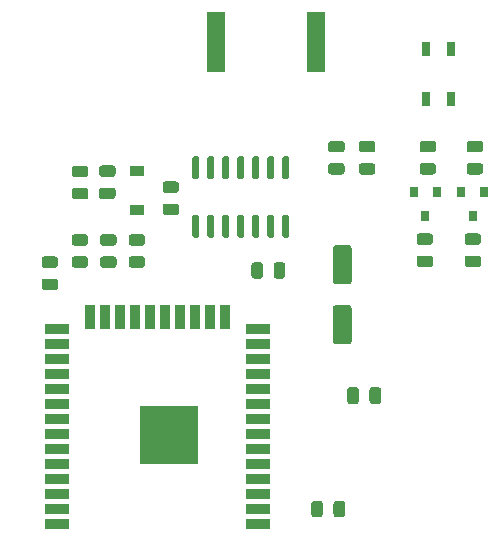
<source format=gtp>
G04 #@! TF.GenerationSoftware,KiCad,Pcbnew,(5.1.9-0-10_14)*
G04 #@! TF.CreationDate,2021-06-21T08:57:09+02:00*
G04 #@! TF.ProjectId,ithowifi_4l,6974686f-7769-4666-995f-346c2e6b6963,rev?*
G04 #@! TF.SameCoordinates,Original*
G04 #@! TF.FileFunction,Paste,Top*
G04 #@! TF.FilePolarity,Positive*
%FSLAX46Y46*%
G04 Gerber Fmt 4.6, Leading zero omitted, Abs format (unit mm)*
G04 Created by KiCad (PCBNEW (5.1.9-0-10_14)) date 2021-06-21 08:57:09*
%MOMM*%
%LPD*%
G01*
G04 APERTURE LIST*
%ADD10R,0.650000X1.200000*%
%ADD11R,2.000000X0.900000*%
%ADD12R,0.900000X2.000000*%
%ADD13R,5.000000X5.000000*%
%ADD14R,1.200000X0.900000*%
%ADD15R,1.500000X5.080000*%
%ADD16R,0.800000X0.900000*%
G04 APERTURE END LIST*
D10*
X118682000Y-112693000D03*
X118682000Y-108393000D03*
X120832000Y-112693000D03*
X120832000Y-108393000D03*
G36*
G01*
X113032000Y-137293000D02*
X113032000Y-138243000D01*
G75*
G02*
X112782000Y-138493000I-250000J0D01*
G01*
X112282000Y-138493000D01*
G75*
G02*
X112032000Y-138243000I0J250000D01*
G01*
X112032000Y-137293000D01*
G75*
G02*
X112282000Y-137043000I250000J0D01*
G01*
X112782000Y-137043000D01*
G75*
G02*
X113032000Y-137293000I0J-250000D01*
G01*
G37*
G36*
G01*
X114932000Y-137293000D02*
X114932000Y-138243000D01*
G75*
G02*
X114682000Y-138493000I-250000J0D01*
G01*
X114182000Y-138493000D01*
G75*
G02*
X113932000Y-138243000I0J250000D01*
G01*
X113932000Y-137293000D01*
G75*
G02*
X114182000Y-137043000I250000J0D01*
G01*
X114682000Y-137043000D01*
G75*
G02*
X114932000Y-137293000I0J-250000D01*
G01*
G37*
G36*
G01*
X112182000Y-128355500D02*
X111082000Y-128355500D01*
G75*
G02*
X110832000Y-128105500I0J250000D01*
G01*
X110832000Y-125280500D01*
G75*
G02*
X111082000Y-125030500I250000J0D01*
G01*
X112182000Y-125030500D01*
G75*
G02*
X112432000Y-125280500I0J-250000D01*
G01*
X112432000Y-128105500D01*
G75*
G02*
X112182000Y-128355500I-250000J0D01*
G01*
G37*
G36*
G01*
X112182000Y-133430500D02*
X111082000Y-133430500D01*
G75*
G02*
X110832000Y-133180500I0J250000D01*
G01*
X110832000Y-130355500D01*
G75*
G02*
X111082000Y-130105500I250000J0D01*
G01*
X112182000Y-130105500D01*
G75*
G02*
X112432000Y-130355500I0J-250000D01*
G01*
X112432000Y-133180500D01*
G75*
G02*
X112182000Y-133430500I-250000J0D01*
G01*
G37*
G36*
G01*
X99372600Y-124416000D02*
X99072600Y-124416000D01*
G75*
G02*
X98922600Y-124266000I0J150000D01*
G01*
X98922600Y-122616000D01*
G75*
G02*
X99072600Y-122466000I150000J0D01*
G01*
X99372600Y-122466000D01*
G75*
G02*
X99522600Y-122616000I0J-150000D01*
G01*
X99522600Y-124266000D01*
G75*
G02*
X99372600Y-124416000I-150000J0D01*
G01*
G37*
G36*
G01*
X100642600Y-124416000D02*
X100342600Y-124416000D01*
G75*
G02*
X100192600Y-124266000I0J150000D01*
G01*
X100192600Y-122616000D01*
G75*
G02*
X100342600Y-122466000I150000J0D01*
G01*
X100642600Y-122466000D01*
G75*
G02*
X100792600Y-122616000I0J-150000D01*
G01*
X100792600Y-124266000D01*
G75*
G02*
X100642600Y-124416000I-150000J0D01*
G01*
G37*
G36*
G01*
X101912600Y-124416000D02*
X101612600Y-124416000D01*
G75*
G02*
X101462600Y-124266000I0J150000D01*
G01*
X101462600Y-122616000D01*
G75*
G02*
X101612600Y-122466000I150000J0D01*
G01*
X101912600Y-122466000D01*
G75*
G02*
X102062600Y-122616000I0J-150000D01*
G01*
X102062600Y-124266000D01*
G75*
G02*
X101912600Y-124416000I-150000J0D01*
G01*
G37*
G36*
G01*
X103182600Y-124416000D02*
X102882600Y-124416000D01*
G75*
G02*
X102732600Y-124266000I0J150000D01*
G01*
X102732600Y-122616000D01*
G75*
G02*
X102882600Y-122466000I150000J0D01*
G01*
X103182600Y-122466000D01*
G75*
G02*
X103332600Y-122616000I0J-150000D01*
G01*
X103332600Y-124266000D01*
G75*
G02*
X103182600Y-124416000I-150000J0D01*
G01*
G37*
G36*
G01*
X104452600Y-124416000D02*
X104152600Y-124416000D01*
G75*
G02*
X104002600Y-124266000I0J150000D01*
G01*
X104002600Y-122616000D01*
G75*
G02*
X104152600Y-122466000I150000J0D01*
G01*
X104452600Y-122466000D01*
G75*
G02*
X104602600Y-122616000I0J-150000D01*
G01*
X104602600Y-124266000D01*
G75*
G02*
X104452600Y-124416000I-150000J0D01*
G01*
G37*
G36*
G01*
X105722600Y-124416000D02*
X105422600Y-124416000D01*
G75*
G02*
X105272600Y-124266000I0J150000D01*
G01*
X105272600Y-122616000D01*
G75*
G02*
X105422600Y-122466000I150000J0D01*
G01*
X105722600Y-122466000D01*
G75*
G02*
X105872600Y-122616000I0J-150000D01*
G01*
X105872600Y-124266000D01*
G75*
G02*
X105722600Y-124416000I-150000J0D01*
G01*
G37*
G36*
G01*
X106992600Y-124416000D02*
X106692600Y-124416000D01*
G75*
G02*
X106542600Y-124266000I0J150000D01*
G01*
X106542600Y-122616000D01*
G75*
G02*
X106692600Y-122466000I150000J0D01*
G01*
X106992600Y-122466000D01*
G75*
G02*
X107142600Y-122616000I0J-150000D01*
G01*
X107142600Y-124266000D01*
G75*
G02*
X106992600Y-124416000I-150000J0D01*
G01*
G37*
G36*
G01*
X106992600Y-119466000D02*
X106692600Y-119466000D01*
G75*
G02*
X106542600Y-119316000I0J150000D01*
G01*
X106542600Y-117666000D01*
G75*
G02*
X106692600Y-117516000I150000J0D01*
G01*
X106992600Y-117516000D01*
G75*
G02*
X107142600Y-117666000I0J-150000D01*
G01*
X107142600Y-119316000D01*
G75*
G02*
X106992600Y-119466000I-150000J0D01*
G01*
G37*
G36*
G01*
X105722600Y-119466000D02*
X105422600Y-119466000D01*
G75*
G02*
X105272600Y-119316000I0J150000D01*
G01*
X105272600Y-117666000D01*
G75*
G02*
X105422600Y-117516000I150000J0D01*
G01*
X105722600Y-117516000D01*
G75*
G02*
X105872600Y-117666000I0J-150000D01*
G01*
X105872600Y-119316000D01*
G75*
G02*
X105722600Y-119466000I-150000J0D01*
G01*
G37*
G36*
G01*
X104452600Y-119466000D02*
X104152600Y-119466000D01*
G75*
G02*
X104002600Y-119316000I0J150000D01*
G01*
X104002600Y-117666000D01*
G75*
G02*
X104152600Y-117516000I150000J0D01*
G01*
X104452600Y-117516000D01*
G75*
G02*
X104602600Y-117666000I0J-150000D01*
G01*
X104602600Y-119316000D01*
G75*
G02*
X104452600Y-119466000I-150000J0D01*
G01*
G37*
G36*
G01*
X103182600Y-119466000D02*
X102882600Y-119466000D01*
G75*
G02*
X102732600Y-119316000I0J150000D01*
G01*
X102732600Y-117666000D01*
G75*
G02*
X102882600Y-117516000I150000J0D01*
G01*
X103182600Y-117516000D01*
G75*
G02*
X103332600Y-117666000I0J-150000D01*
G01*
X103332600Y-119316000D01*
G75*
G02*
X103182600Y-119466000I-150000J0D01*
G01*
G37*
G36*
G01*
X101912600Y-119466000D02*
X101612600Y-119466000D01*
G75*
G02*
X101462600Y-119316000I0J150000D01*
G01*
X101462600Y-117666000D01*
G75*
G02*
X101612600Y-117516000I150000J0D01*
G01*
X101912600Y-117516000D01*
G75*
G02*
X102062600Y-117666000I0J-150000D01*
G01*
X102062600Y-119316000D01*
G75*
G02*
X101912600Y-119466000I-150000J0D01*
G01*
G37*
G36*
G01*
X100642600Y-119466000D02*
X100342600Y-119466000D01*
G75*
G02*
X100192600Y-119316000I0J150000D01*
G01*
X100192600Y-117666000D01*
G75*
G02*
X100342600Y-117516000I150000J0D01*
G01*
X100642600Y-117516000D01*
G75*
G02*
X100792600Y-117666000I0J-150000D01*
G01*
X100792600Y-119316000D01*
G75*
G02*
X100642600Y-119466000I-150000J0D01*
G01*
G37*
G36*
G01*
X99372600Y-119466000D02*
X99072600Y-119466000D01*
G75*
G02*
X98922600Y-119316000I0J150000D01*
G01*
X98922600Y-117666000D01*
G75*
G02*
X99072600Y-117516000I150000J0D01*
G01*
X99372600Y-117516000D01*
G75*
G02*
X99522600Y-117666000I0J-150000D01*
G01*
X99522600Y-119316000D01*
G75*
G02*
X99372600Y-119466000I-150000J0D01*
G01*
G37*
D11*
X87477600Y-148615400D03*
X87477600Y-147345400D03*
X87477600Y-146075400D03*
X87477600Y-144805400D03*
X87477600Y-143535400D03*
X87477600Y-142265400D03*
X87477600Y-140995400D03*
X87477600Y-139725400D03*
X87477600Y-138455400D03*
X87477600Y-137185400D03*
X87477600Y-135915400D03*
X87477600Y-134645400D03*
X87477600Y-133375400D03*
X87477600Y-132105400D03*
D12*
X90262600Y-131105400D03*
X91532600Y-131105400D03*
X92802600Y-131105400D03*
X94072600Y-131105400D03*
X95342600Y-131105400D03*
X96612600Y-131105400D03*
X97882600Y-131105400D03*
X99152600Y-131105400D03*
X100422600Y-131105400D03*
X101692600Y-131105400D03*
D11*
X104477600Y-132105400D03*
X104477600Y-133375400D03*
X104477600Y-134645400D03*
X104477600Y-135915400D03*
X104477600Y-137185400D03*
X104477600Y-138455400D03*
X104477600Y-139725400D03*
X104477600Y-140995400D03*
X104477600Y-142265400D03*
X104477600Y-143535400D03*
X104477600Y-144805400D03*
X104477600Y-146075400D03*
X104477600Y-147345400D03*
X104477600Y-148615400D03*
D13*
X96977600Y-141115400D03*
G36*
G01*
X105819500Y-127624250D02*
X105819500Y-126711750D01*
G75*
G02*
X106063250Y-126468000I243750J0D01*
G01*
X106550750Y-126468000D01*
G75*
G02*
X106794500Y-126711750I0J-243750D01*
G01*
X106794500Y-127624250D01*
G75*
G02*
X106550750Y-127868000I-243750J0D01*
G01*
X106063250Y-127868000D01*
G75*
G02*
X105819500Y-127624250I0J243750D01*
G01*
G37*
G36*
G01*
X103944500Y-127624250D02*
X103944500Y-126711750D01*
G75*
G02*
X104188250Y-126468000I243750J0D01*
G01*
X104675750Y-126468000D01*
G75*
G02*
X104919500Y-126711750I0J-243750D01*
G01*
X104919500Y-127624250D01*
G75*
G02*
X104675750Y-127868000I-243750J0D01*
G01*
X104188250Y-127868000D01*
G75*
G02*
X103944500Y-127624250I0J243750D01*
G01*
G37*
G36*
G01*
X87324250Y-126954100D02*
X86411750Y-126954100D01*
G75*
G02*
X86168000Y-126710350I0J243750D01*
G01*
X86168000Y-126222850D01*
G75*
G02*
X86411750Y-125979100I243750J0D01*
G01*
X87324250Y-125979100D01*
G75*
G02*
X87568000Y-126222850I0J-243750D01*
G01*
X87568000Y-126710350D01*
G75*
G02*
X87324250Y-126954100I-243750J0D01*
G01*
G37*
G36*
G01*
X87324250Y-128829100D02*
X86411750Y-128829100D01*
G75*
G02*
X86168000Y-128585350I0J243750D01*
G01*
X86168000Y-128097850D01*
G75*
G02*
X86411750Y-127854100I243750J0D01*
G01*
X87324250Y-127854100D01*
G75*
G02*
X87568000Y-128097850I0J-243750D01*
G01*
X87568000Y-128585350D01*
G75*
G02*
X87324250Y-128829100I-243750J0D01*
G01*
G37*
G36*
G01*
X88951750Y-125974500D02*
X89864250Y-125974500D01*
G75*
G02*
X90108000Y-126218250I0J-243750D01*
G01*
X90108000Y-126705750D01*
G75*
G02*
X89864250Y-126949500I-243750J0D01*
G01*
X88951750Y-126949500D01*
G75*
G02*
X88708000Y-126705750I0J243750D01*
G01*
X88708000Y-126218250D01*
G75*
G02*
X88951750Y-125974500I243750J0D01*
G01*
G37*
G36*
G01*
X88951750Y-124099500D02*
X89864250Y-124099500D01*
G75*
G02*
X90108000Y-124343250I0J-243750D01*
G01*
X90108000Y-124830750D01*
G75*
G02*
X89864250Y-125074500I-243750J0D01*
G01*
X88951750Y-125074500D01*
G75*
G02*
X88708000Y-124830750I0J243750D01*
G01*
X88708000Y-124343250D01*
G75*
G02*
X88951750Y-124099500I243750J0D01*
G01*
G37*
G36*
G01*
X94690250Y-125074500D02*
X93777750Y-125074500D01*
G75*
G02*
X93534000Y-124830750I0J243750D01*
G01*
X93534000Y-124343250D01*
G75*
G02*
X93777750Y-124099500I243750J0D01*
G01*
X94690250Y-124099500D01*
G75*
G02*
X94934000Y-124343250I0J-243750D01*
G01*
X94934000Y-124830750D01*
G75*
G02*
X94690250Y-125074500I-243750J0D01*
G01*
G37*
G36*
G01*
X94690250Y-126949500D02*
X93777750Y-126949500D01*
G75*
G02*
X93534000Y-126705750I0J243750D01*
G01*
X93534000Y-126218250D01*
G75*
G02*
X93777750Y-125974500I243750J0D01*
G01*
X94690250Y-125974500D01*
G75*
G02*
X94934000Y-126218250I0J-243750D01*
G01*
X94934000Y-126705750D01*
G75*
G02*
X94690250Y-126949500I-243750J0D01*
G01*
G37*
G36*
G01*
X89888250Y-119280500D02*
X88975750Y-119280500D01*
G75*
G02*
X88732000Y-119036750I0J243750D01*
G01*
X88732000Y-118549250D01*
G75*
G02*
X88975750Y-118305500I243750J0D01*
G01*
X89888250Y-118305500D01*
G75*
G02*
X90132000Y-118549250I0J-243750D01*
G01*
X90132000Y-119036750D01*
G75*
G02*
X89888250Y-119280500I-243750J0D01*
G01*
G37*
G36*
G01*
X89888250Y-121155500D02*
X88975750Y-121155500D01*
G75*
G02*
X88732000Y-120911750I0J243750D01*
G01*
X88732000Y-120424250D01*
G75*
G02*
X88975750Y-120180500I243750J0D01*
G01*
X89888250Y-120180500D01*
G75*
G02*
X90132000Y-120424250I0J-243750D01*
G01*
X90132000Y-120911750D01*
G75*
G02*
X89888250Y-121155500I-243750J0D01*
G01*
G37*
D14*
X94232000Y-122068000D03*
X94232000Y-118768000D03*
G36*
G01*
X110886900Y-147827050D02*
X110886900Y-146914550D01*
G75*
G02*
X111130650Y-146670800I243750J0D01*
G01*
X111618150Y-146670800D01*
G75*
G02*
X111861900Y-146914550I0J-243750D01*
G01*
X111861900Y-147827050D01*
G75*
G02*
X111618150Y-148070800I-243750J0D01*
G01*
X111130650Y-148070800D01*
G75*
G02*
X110886900Y-147827050I0J243750D01*
G01*
G37*
G36*
G01*
X109011900Y-147827050D02*
X109011900Y-146914550D01*
G75*
G02*
X109255650Y-146670800I243750J0D01*
G01*
X109743150Y-146670800D01*
G75*
G02*
X109986900Y-146914550I0J-243750D01*
G01*
X109986900Y-147827050D01*
G75*
G02*
X109743150Y-148070800I-243750J0D01*
G01*
X109255650Y-148070800D01*
G75*
G02*
X109011900Y-147827050I0J243750D01*
G01*
G37*
G36*
G01*
X92188250Y-119255500D02*
X91275750Y-119255500D01*
G75*
G02*
X91032000Y-119011750I0J243750D01*
G01*
X91032000Y-118524250D01*
G75*
G02*
X91275750Y-118280500I243750J0D01*
G01*
X92188250Y-118280500D01*
G75*
G02*
X92432000Y-118524250I0J-243750D01*
G01*
X92432000Y-119011750D01*
G75*
G02*
X92188250Y-119255500I-243750J0D01*
G01*
G37*
G36*
G01*
X92188250Y-121130500D02*
X91275750Y-121130500D01*
G75*
G02*
X91032000Y-120886750I0J243750D01*
G01*
X91032000Y-120399250D01*
G75*
G02*
X91275750Y-120155500I243750J0D01*
G01*
X92188250Y-120155500D01*
G75*
G02*
X92432000Y-120399250I0J-243750D01*
G01*
X92432000Y-120886750D01*
G75*
G02*
X92188250Y-121130500I-243750J0D01*
G01*
G37*
D15*
X100931400Y-107848400D03*
X109431400Y-107848400D03*
G36*
G01*
X110675750Y-118080500D02*
X111588250Y-118080500D01*
G75*
G02*
X111832000Y-118324250I0J-243750D01*
G01*
X111832000Y-118811750D01*
G75*
G02*
X111588250Y-119055500I-243750J0D01*
G01*
X110675750Y-119055500D01*
G75*
G02*
X110432000Y-118811750I0J243750D01*
G01*
X110432000Y-118324250D01*
G75*
G02*
X110675750Y-118080500I243750J0D01*
G01*
G37*
G36*
G01*
X110675750Y-116205500D02*
X111588250Y-116205500D01*
G75*
G02*
X111832000Y-116449250I0J-243750D01*
G01*
X111832000Y-116936750D01*
G75*
G02*
X111588250Y-117180500I-243750J0D01*
G01*
X110675750Y-117180500D01*
G75*
G02*
X110432000Y-116936750I0J243750D01*
G01*
X110432000Y-116449250D01*
G75*
G02*
X110675750Y-116205500I243750J0D01*
G01*
G37*
G36*
G01*
X92277250Y-126949500D02*
X91364750Y-126949500D01*
G75*
G02*
X91121000Y-126705750I0J243750D01*
G01*
X91121000Y-126218250D01*
G75*
G02*
X91364750Y-125974500I243750J0D01*
G01*
X92277250Y-125974500D01*
G75*
G02*
X92521000Y-126218250I0J-243750D01*
G01*
X92521000Y-126705750D01*
G75*
G02*
X92277250Y-126949500I-243750J0D01*
G01*
G37*
G36*
G01*
X92277250Y-125074500D02*
X91364750Y-125074500D01*
G75*
G02*
X91121000Y-124830750I0J243750D01*
G01*
X91121000Y-124343250D01*
G75*
G02*
X91364750Y-124099500I243750J0D01*
G01*
X92277250Y-124099500D01*
G75*
G02*
X92521000Y-124343250I0J-243750D01*
G01*
X92521000Y-124830750D01*
G75*
G02*
X92277250Y-125074500I-243750J0D01*
G01*
G37*
G36*
G01*
X113275750Y-118080500D02*
X114188250Y-118080500D01*
G75*
G02*
X114432000Y-118324250I0J-243750D01*
G01*
X114432000Y-118811750D01*
G75*
G02*
X114188250Y-119055500I-243750J0D01*
G01*
X113275750Y-119055500D01*
G75*
G02*
X113032000Y-118811750I0J243750D01*
G01*
X113032000Y-118324250D01*
G75*
G02*
X113275750Y-118080500I243750J0D01*
G01*
G37*
G36*
G01*
X113275750Y-116205500D02*
X114188250Y-116205500D01*
G75*
G02*
X114432000Y-116449250I0J-243750D01*
G01*
X114432000Y-116936750D01*
G75*
G02*
X114188250Y-117180500I-243750J0D01*
G01*
X113275750Y-117180500D01*
G75*
G02*
X113032000Y-116936750I0J243750D01*
G01*
X113032000Y-116449250D01*
G75*
G02*
X113275750Y-116205500I243750J0D01*
G01*
G37*
G36*
G01*
X118161750Y-125911000D02*
X119074250Y-125911000D01*
G75*
G02*
X119318000Y-126154750I0J-243750D01*
G01*
X119318000Y-126642250D01*
G75*
G02*
X119074250Y-126886000I-243750J0D01*
G01*
X118161750Y-126886000D01*
G75*
G02*
X117918000Y-126642250I0J243750D01*
G01*
X117918000Y-126154750D01*
G75*
G02*
X118161750Y-125911000I243750J0D01*
G01*
G37*
G36*
G01*
X118161750Y-124036000D02*
X119074250Y-124036000D01*
G75*
G02*
X119318000Y-124279750I0J-243750D01*
G01*
X119318000Y-124767250D01*
G75*
G02*
X119074250Y-125011000I-243750J0D01*
G01*
X118161750Y-125011000D01*
G75*
G02*
X117918000Y-124767250I0J243750D01*
G01*
X117918000Y-124279750D01*
G75*
G02*
X118161750Y-124036000I243750J0D01*
G01*
G37*
G36*
G01*
X122225750Y-125911000D02*
X123138250Y-125911000D01*
G75*
G02*
X123382000Y-126154750I0J-243750D01*
G01*
X123382000Y-126642250D01*
G75*
G02*
X123138250Y-126886000I-243750J0D01*
G01*
X122225750Y-126886000D01*
G75*
G02*
X121982000Y-126642250I0J243750D01*
G01*
X121982000Y-126154750D01*
G75*
G02*
X122225750Y-125911000I243750J0D01*
G01*
G37*
G36*
G01*
X122225750Y-124036000D02*
X123138250Y-124036000D01*
G75*
G02*
X123382000Y-124279750I0J-243750D01*
G01*
X123382000Y-124767250D01*
G75*
G02*
X123138250Y-125011000I-243750J0D01*
G01*
X122225750Y-125011000D01*
G75*
G02*
X121982000Y-124767250I0J243750D01*
G01*
X121982000Y-124279750D01*
G75*
G02*
X122225750Y-124036000I243750J0D01*
G01*
G37*
G36*
G01*
X118415750Y-118074400D02*
X119328250Y-118074400D01*
G75*
G02*
X119572000Y-118318150I0J-243750D01*
G01*
X119572000Y-118805650D01*
G75*
G02*
X119328250Y-119049400I-243750J0D01*
G01*
X118415750Y-119049400D01*
G75*
G02*
X118172000Y-118805650I0J243750D01*
G01*
X118172000Y-118318150D01*
G75*
G02*
X118415750Y-118074400I243750J0D01*
G01*
G37*
G36*
G01*
X118415750Y-116199400D02*
X119328250Y-116199400D01*
G75*
G02*
X119572000Y-116443150I0J-243750D01*
G01*
X119572000Y-116930650D01*
G75*
G02*
X119328250Y-117174400I-243750J0D01*
G01*
X118415750Y-117174400D01*
G75*
G02*
X118172000Y-116930650I0J243750D01*
G01*
X118172000Y-116443150D01*
G75*
G02*
X118415750Y-116199400I243750J0D01*
G01*
G37*
G36*
G01*
X123316050Y-117174400D02*
X122403550Y-117174400D01*
G75*
G02*
X122159800Y-116930650I0J243750D01*
G01*
X122159800Y-116443150D01*
G75*
G02*
X122403550Y-116199400I243750J0D01*
G01*
X123316050Y-116199400D01*
G75*
G02*
X123559800Y-116443150I0J-243750D01*
G01*
X123559800Y-116930650D01*
G75*
G02*
X123316050Y-117174400I-243750J0D01*
G01*
G37*
G36*
G01*
X123316050Y-119049400D02*
X122403550Y-119049400D01*
G75*
G02*
X122159800Y-118805650I0J243750D01*
G01*
X122159800Y-118318150D01*
G75*
G02*
X122403550Y-118074400I243750J0D01*
G01*
X123316050Y-118074400D01*
G75*
G02*
X123559800Y-118318150I0J-243750D01*
G01*
X123559800Y-118805650D01*
G75*
G02*
X123316050Y-119049400I-243750J0D01*
G01*
G37*
G36*
G01*
X97570650Y-122479100D02*
X96658150Y-122479100D01*
G75*
G02*
X96414400Y-122235350I0J243750D01*
G01*
X96414400Y-121747850D01*
G75*
G02*
X96658150Y-121504100I243750J0D01*
G01*
X97570650Y-121504100D01*
G75*
G02*
X97814400Y-121747850I0J-243750D01*
G01*
X97814400Y-122235350D01*
G75*
G02*
X97570650Y-122479100I-243750J0D01*
G01*
G37*
G36*
G01*
X97570650Y-120604100D02*
X96658150Y-120604100D01*
G75*
G02*
X96414400Y-120360350I0J243750D01*
G01*
X96414400Y-119872850D01*
G75*
G02*
X96658150Y-119629100I243750J0D01*
G01*
X97570650Y-119629100D01*
G75*
G02*
X97814400Y-119872850I0J-243750D01*
G01*
X97814400Y-120360350D01*
G75*
G02*
X97570650Y-120604100I-243750J0D01*
G01*
G37*
D16*
X118658600Y-122539000D03*
X117708600Y-120539000D03*
X119608600Y-120539000D03*
X122656600Y-122539000D03*
X121706600Y-120539000D03*
X123606600Y-120539000D03*
M02*

</source>
